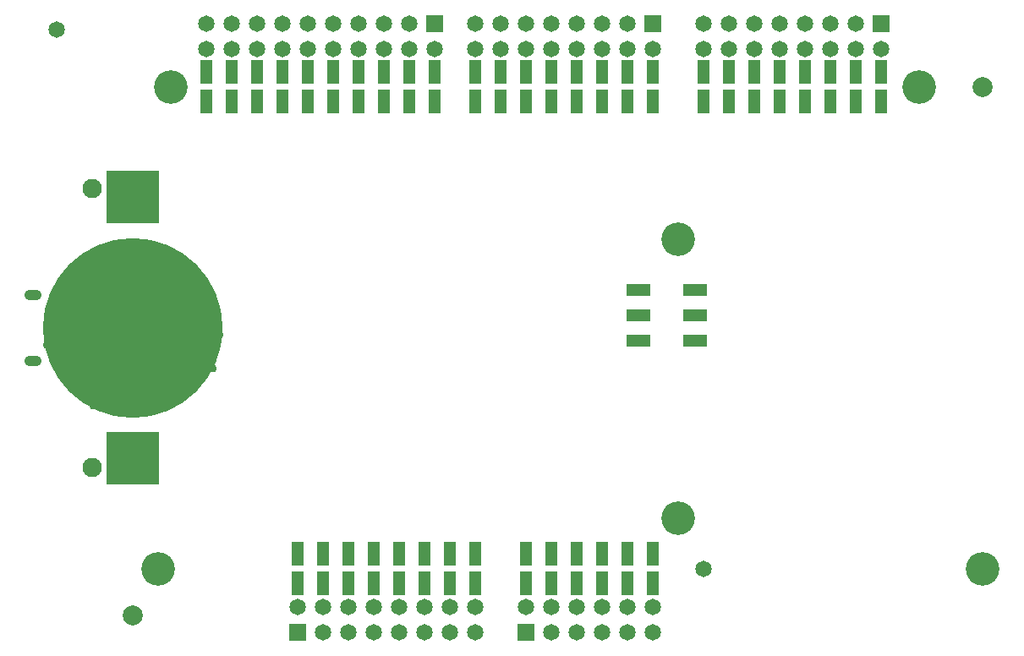
<source format=gbs>
G04 Layer_Color=16711935*
%FSLAX24Y24*%
%MOIN*%
G70*
G01*
G75*
%ADD102C,0.0787*%
%ADD124R,0.0462X0.0922*%
%ADD133C,0.0651*%
%ADD134O,0.0690X0.0414*%
%ADD135C,0.0761*%
%ADD136R,0.0651X0.0651*%
%ADD137C,0.1320*%
%ADD138C,0.0300*%
%ADD139C,0.7087*%
G04:AMPARAMS|DCode=140|XSize=399.7mil|YSize=399.7mil|CornerRadius=101.4mil|HoleSize=0mil|Usage=FLASHONLY|Rotation=270.000|XOffset=0mil|YOffset=0mil|HoleType=Round|Shape=RoundedRectangle|*
%AMROUNDEDRECTD140*
21,1,0.3997,0.1969,0,0,270.0*
21,1,0.1969,0.3997,0,0,270.0*
1,1,0.2029,-0.0984,-0.0984*
1,1,0.2029,-0.0984,0.0984*
1,1,0.2029,0.0984,0.0984*
1,1,0.2029,0.0984,-0.0984*
%
%ADD140ROUNDEDRECTD140*%
%ADD141R,0.2060X0.2060*%
%ADD142R,0.0934X0.0462*%
D102*
X4500Y-11350D02*
D03*
X38000Y9500D02*
D03*
D124*
X16400Y10077D02*
D03*
X15400D02*
D03*
X13400D02*
D03*
X12400D02*
D03*
X14400D02*
D03*
X16400Y8923D02*
D03*
X15400D02*
D03*
X13400D02*
D03*
X12400D02*
D03*
X14400D02*
D03*
X11400Y10077D02*
D03*
X10400D02*
D03*
X8400D02*
D03*
X7400D02*
D03*
X9400D02*
D03*
X10400Y8923D02*
D03*
X9400D02*
D03*
X11400D02*
D03*
X7400D02*
D03*
X8400D02*
D03*
X25000Y-8923D02*
D03*
X24000D02*
D03*
X22000D02*
D03*
X23000D02*
D03*
X24000Y-10077D02*
D03*
X25000D02*
D03*
X22000D02*
D03*
X23000D02*
D03*
X21000Y-8923D02*
D03*
X20000D02*
D03*
X21000Y-10077D02*
D03*
X20000D02*
D03*
X19000Y10077D02*
D03*
Y8923D02*
D03*
X18000Y10077D02*
D03*
Y8923D02*
D03*
X24000Y10077D02*
D03*
Y8923D02*
D03*
X23000D02*
D03*
Y10077D02*
D03*
X22000Y8923D02*
D03*
Y10077D02*
D03*
X20000Y8923D02*
D03*
Y10077D02*
D03*
X21000Y8923D02*
D03*
Y10077D02*
D03*
X25000D02*
D03*
Y8923D02*
D03*
X17000Y-10077D02*
D03*
Y-8923D02*
D03*
X18000Y-10077D02*
D03*
Y-8923D02*
D03*
X12000Y-10077D02*
D03*
Y-8923D02*
D03*
X13000D02*
D03*
Y-10077D02*
D03*
X14000Y-8923D02*
D03*
Y-10077D02*
D03*
X16000Y-8923D02*
D03*
Y-10077D02*
D03*
X15000Y-8923D02*
D03*
Y-10077D02*
D03*
X11000D02*
D03*
Y-8923D02*
D03*
X28000Y10077D02*
D03*
Y8923D02*
D03*
X27000Y10077D02*
D03*
Y8923D02*
D03*
X33000Y10077D02*
D03*
Y8923D02*
D03*
X32000D02*
D03*
Y10077D02*
D03*
X31000Y8923D02*
D03*
Y10077D02*
D03*
X29000Y8923D02*
D03*
Y10077D02*
D03*
X30000Y8923D02*
D03*
Y10077D02*
D03*
X34000D02*
D03*
Y8923D02*
D03*
D133*
X27000Y-9500D02*
D03*
X24000Y-11000D02*
D03*
X23000D02*
D03*
X25000D02*
D03*
X21000D02*
D03*
X22000D02*
D03*
X25000Y-12000D02*
D03*
X24000D02*
D03*
X22000D02*
D03*
X23000D02*
D03*
X20000Y-11000D02*
D03*
X21000Y-12000D02*
D03*
X14400Y12000D02*
D03*
X13400D02*
D03*
X15400D02*
D03*
X16400Y11000D02*
D03*
X15400D02*
D03*
X13400D02*
D03*
X12400D02*
D03*
X14400D02*
D03*
X12400Y12000D02*
D03*
X11400D02*
D03*
X10400D02*
D03*
X8400D02*
D03*
X7400D02*
D03*
X9400D02*
D03*
X10400Y11000D02*
D03*
X9400D02*
D03*
X11400D02*
D03*
X7400D02*
D03*
X8400D02*
D03*
X33000Y12000D02*
D03*
X32000D02*
D03*
X34000Y11000D02*
D03*
X32000D02*
D03*
X31000D02*
D03*
X33000D02*
D03*
X31000Y12000D02*
D03*
X30000D02*
D03*
X28000D02*
D03*
X27000D02*
D03*
X29000D02*
D03*
X30000Y11000D02*
D03*
X29000D02*
D03*
X27000D02*
D03*
X28000D02*
D03*
X19000Y12000D02*
D03*
Y11000D02*
D03*
X20000D02*
D03*
Y12000D02*
D03*
X22000Y11000D02*
D03*
Y12000D02*
D03*
X25000Y11000D02*
D03*
X24000Y12000D02*
D03*
Y11000D02*
D03*
X23000Y12000D02*
D03*
Y11000D02*
D03*
X21000Y12000D02*
D03*
Y11000D02*
D03*
X18000D02*
D03*
Y12000D02*
D03*
X17000Y-12000D02*
D03*
Y-11000D02*
D03*
X16000D02*
D03*
Y-12000D02*
D03*
X14000Y-11000D02*
D03*
Y-12000D02*
D03*
X11000Y-11000D02*
D03*
X12000Y-12000D02*
D03*
Y-11000D02*
D03*
X13000Y-12000D02*
D03*
Y-11000D02*
D03*
X15000Y-12000D02*
D03*
Y-11000D02*
D03*
X18000D02*
D03*
Y-12000D02*
D03*
X1500Y11750D02*
D03*
D134*
X565Y1299D02*
D03*
Y-1299D02*
D03*
D135*
X2880Y-5500D02*
D03*
Y5500D02*
D03*
D136*
X20000Y-12000D02*
D03*
X16400Y12000D02*
D03*
X34000D02*
D03*
X25000D02*
D03*
X11000Y-12000D02*
D03*
D137*
X38000Y-9500D02*
D03*
X6000Y9500D02*
D03*
X35500D02*
D03*
X5500Y-9500D02*
D03*
X26000Y3500D02*
D03*
Y-7500D02*
D03*
D138*
X5250Y-2260D02*
D03*
X4410Y-2250D02*
D03*
X3050Y-2590D02*
D03*
X2940Y-3060D02*
D03*
X5260Y2960D02*
D03*
X7666Y-1620D02*
D03*
X4516Y1820D02*
D03*
X4546Y-1100D02*
D03*
X2150Y-630D02*
D03*
X6586Y-2160D02*
D03*
X7916Y-260D02*
D03*
X3226Y-1000D02*
D03*
X3186Y2630D02*
D03*
X5240Y-770D02*
D03*
X3786Y1005D02*
D03*
X6856Y-750D02*
D03*
X4516Y2850D02*
D03*
X4326Y-705D02*
D03*
X2570Y1050D02*
D03*
X2390Y2240D02*
D03*
X1100Y-690D02*
D03*
X1130Y240D02*
D03*
D139*
X4499Y0D02*
D03*
D140*
D03*
D141*
Y5150D02*
D03*
Y-5150D02*
D03*
D142*
X26662Y1500D02*
D03*
Y500D02*
D03*
Y-500D02*
D03*
X24438Y1500D02*
D03*
Y500D02*
D03*
Y-500D02*
D03*
M02*

</source>
